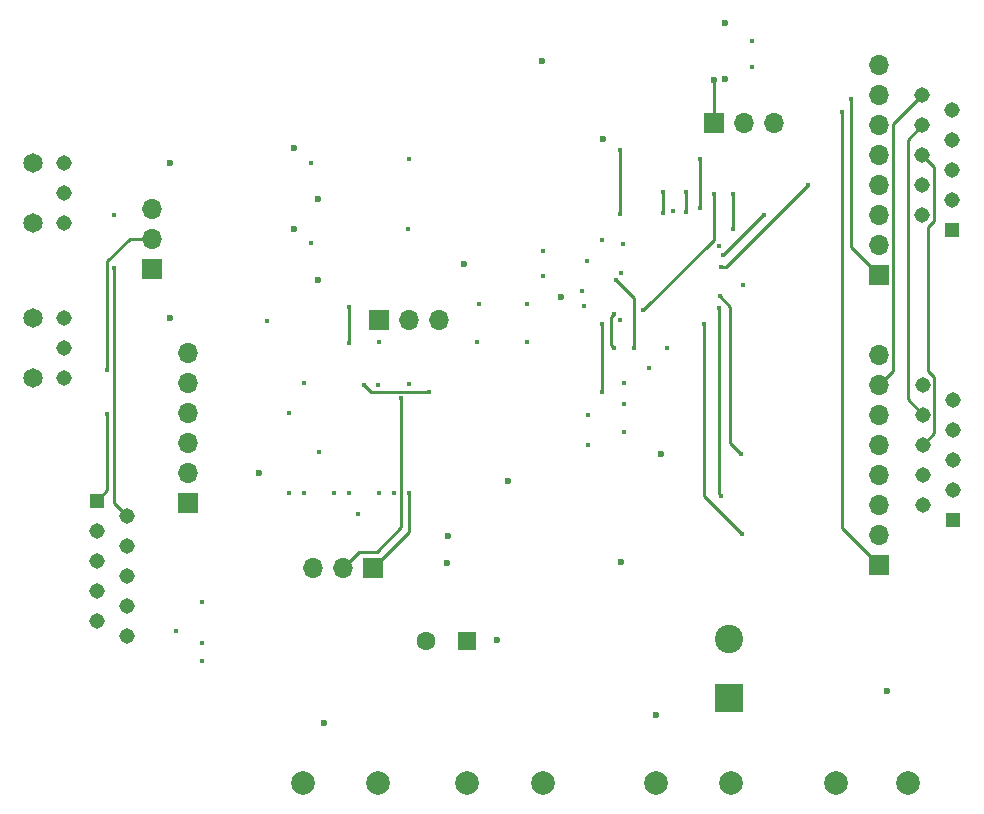
<source format=gbr>
G04 #@! TF.GenerationSoftware,KiCad,Pcbnew,(5.1.9-0-10_14)*
G04 #@! TF.CreationDate,2021-04-11T13:29:02+02:00*
G04 #@! TF.ProjectId,dac,6461632e-6b69-4636-9164-5f7063625858,rev?*
G04 #@! TF.SameCoordinates,Original*
G04 #@! TF.FileFunction,Copper,L2,Inr*
G04 #@! TF.FilePolarity,Positive*
%FSLAX46Y46*%
G04 Gerber Fmt 4.6, Leading zero omitted, Abs format (unit mm)*
G04 Created by KiCad (PCBNEW (5.1.9-0-10_14)) date 2021-04-11 13:29:02*
%MOMM*%
%LPD*%
G01*
G04 APERTURE LIST*
G04 #@! TA.AperFunction,ComponentPad*
%ADD10C,1.308000*%
G04 #@! TD*
G04 #@! TA.AperFunction,ComponentPad*
%ADD11C,1.650000*%
G04 #@! TD*
G04 #@! TA.AperFunction,ComponentPad*
%ADD12O,1.700000X1.700000*%
G04 #@! TD*
G04 #@! TA.AperFunction,ComponentPad*
%ADD13R,1.700000X1.700000*%
G04 #@! TD*
G04 #@! TA.AperFunction,ComponentPad*
%ADD14C,2.000000*%
G04 #@! TD*
G04 #@! TA.AperFunction,ComponentPad*
%ADD15R,1.308000X1.308000*%
G04 #@! TD*
G04 #@! TA.AperFunction,ComponentPad*
%ADD16C,1.600000*%
G04 #@! TD*
G04 #@! TA.AperFunction,ComponentPad*
%ADD17R,1.600000X1.600000*%
G04 #@! TD*
G04 #@! TA.AperFunction,ComponentPad*
%ADD18C,2.400000*%
G04 #@! TD*
G04 #@! TA.AperFunction,ComponentPad*
%ADD19R,2.400000X2.400000*%
G04 #@! TD*
G04 #@! TA.AperFunction,ViaPad*
%ADD20C,0.450000*%
G04 #@! TD*
G04 #@! TA.AperFunction,ViaPad*
%ADD21C,0.600000*%
G04 #@! TD*
G04 #@! TA.AperFunction,Conductor*
%ADD22C,0.250000*%
G04 #@! TD*
G04 APERTURE END LIST*
D10*
X115025000Y-83185000D03*
X115025000Y-85725000D03*
X115025000Y-88265000D03*
D11*
X112395000Y-88265000D03*
X112395000Y-83185000D03*
D10*
X115025000Y-70104000D03*
X115025000Y-72644000D03*
X115025000Y-75184000D03*
D11*
X112395000Y-75184000D03*
X112395000Y-70104000D03*
D12*
X136080500Y-104394000D03*
X138620500Y-104394000D03*
D13*
X141160500Y-104394000D03*
D14*
X171450000Y-122555000D03*
X165100000Y-122555000D03*
D15*
X190246000Y-100266500D03*
D10*
X187706000Y-98996500D03*
X190246000Y-97726500D03*
X187706000Y-96456500D03*
X190246000Y-95186500D03*
X187706000Y-93916500D03*
X190246000Y-92646500D03*
X187706000Y-91376500D03*
X190246000Y-90106500D03*
X187706000Y-88836500D03*
D12*
X184023000Y-86296500D03*
X184023000Y-88836500D03*
X184023000Y-91376500D03*
X184023000Y-93916500D03*
X184023000Y-96456500D03*
X184023000Y-98996500D03*
X184023000Y-101536500D03*
D13*
X184023000Y-104076500D03*
D12*
X175107600Y-66649600D03*
X172567600Y-66649600D03*
D13*
X170027600Y-66649600D03*
D12*
X122491500Y-73977500D03*
X122491500Y-76517500D03*
D13*
X122491500Y-79057500D03*
D12*
X184023000Y-61785500D03*
X184023000Y-64325500D03*
X184023000Y-66865500D03*
X184023000Y-69405500D03*
X184023000Y-71945500D03*
X184023000Y-74485500D03*
X184023000Y-77025500D03*
D13*
X184023000Y-79565500D03*
D12*
X146748500Y-83375500D03*
X144208500Y-83375500D03*
D13*
X141668500Y-83375500D03*
D15*
X117792500Y-98679000D03*
D10*
X120332500Y-99949000D03*
X117792500Y-101219000D03*
X120332500Y-102489000D03*
X117792500Y-103759000D03*
X120332500Y-105029000D03*
X117792500Y-106299000D03*
X120332500Y-107569000D03*
X117792500Y-108839000D03*
X120332500Y-110109000D03*
D15*
X190224000Y-75755500D03*
D10*
X187684000Y-74485500D03*
X190224000Y-73215500D03*
X187684000Y-71945500D03*
X190224000Y-70675500D03*
X187684000Y-69405500D03*
X190224000Y-68135500D03*
X187684000Y-66865500D03*
X190224000Y-65595500D03*
X187684000Y-64325500D03*
D16*
X145661500Y-110553500D03*
D17*
X149161500Y-110553500D03*
D12*
X125476000Y-86156800D03*
X125476000Y-88696800D03*
X125476000Y-91236800D03*
X125476000Y-93776800D03*
X125476000Y-96316800D03*
D13*
X125476000Y-98856800D03*
D14*
X180340000Y-122555000D03*
X186436000Y-122555000D03*
X141605000Y-122555000D03*
X149098000Y-122555000D03*
X155575000Y-122555000D03*
X135255000Y-122555000D03*
D18*
X171323000Y-110379500D03*
D19*
X171323000Y-115379500D03*
D20*
X165709600Y-72542400D03*
X165735000Y-74295000D03*
X164566600Y-87401400D03*
D21*
X170992800Y-58216800D03*
X136550400Y-73152000D03*
X136550400Y-79959200D03*
X157124400Y-81432400D03*
X131508500Y-96329500D03*
X152579000Y-96976000D03*
D20*
X166096000Y-85770400D03*
X172491400Y-80391000D03*
X162411400Y-88693000D03*
X162411400Y-92815400D03*
X162411400Y-90465900D03*
D21*
X155445800Y-61470200D03*
X148844000Y-78587600D03*
X160629600Y-68072000D03*
X170977600Y-63007200D03*
X134518400Y-75641200D03*
X134518400Y-68783200D03*
D20*
X132160000Y-83422500D03*
X139874000Y-99838500D03*
D21*
X147510500Y-101663500D03*
D20*
X159258000Y-78412000D03*
X155600400Y-79603600D03*
X155600400Y-77520800D03*
X162306000Y-76962000D03*
D21*
X184658000Y-114808000D03*
X165100000Y-116840000D03*
D20*
X135331200Y-88696800D03*
X134061200Y-91236800D03*
X136601200Y-94538800D03*
X159385000Y-91376500D03*
X150114000Y-81978500D03*
X144221200Y-88798400D03*
X159385000Y-93916500D03*
X149987000Y-85217000D03*
X141668500Y-85217000D03*
X141630400Y-88849200D03*
D21*
X165544500Y-94678500D03*
D20*
X162204400Y-79400400D03*
X167690800Y-74218800D03*
X167690800Y-72491600D03*
X163271200Y-85699600D03*
X161747200Y-79959200D03*
X161571002Y-82854800D03*
X161594800Y-85750400D03*
X160528000Y-83718400D03*
X140411200Y-88849200D03*
X145948400Y-89458800D03*
X160528000Y-89458800D03*
X154228800Y-85242400D03*
X159054800Y-82194400D03*
X158902400Y-80873600D03*
X154178000Y-81991200D03*
X170484800Y-77063600D03*
X170827765Y-77884800D03*
X174269400Y-74498200D03*
X177977800Y-71958200D03*
X170611800Y-78862000D03*
X162115500Y-74422000D03*
X162111164Y-68981662D03*
X160528000Y-76581000D03*
X171653200Y-75641200D03*
X171653200Y-72694800D03*
X169189400Y-83693000D03*
X172440600Y-101523800D03*
X170611800Y-98272600D03*
X170459400Y-82372200D03*
X170510200Y-81322199D03*
X172339000Y-94716600D03*
D21*
X170027600Y-63042800D03*
D20*
X181610000Y-64668400D03*
X173228000Y-59740800D03*
X162119800Y-83362800D03*
X170027600Y-72694800D03*
X164033200Y-82550000D03*
X180898800Y-65735200D03*
X173228000Y-61925200D03*
X168859200Y-73914000D03*
X168859200Y-69697600D03*
X144221200Y-69697600D03*
X166573200Y-74117200D03*
X144170400Y-75641200D03*
X139128500Y-97980500D03*
X137843498Y-97995502D03*
X139128500Y-85344000D03*
X139128500Y-82296000D03*
X135318500Y-97980500D03*
X134048500Y-97980500D03*
X118681500Y-91313000D03*
X119253000Y-78994000D03*
X126682500Y-107274010D03*
X141668500Y-97980500D03*
X144208500Y-98044000D03*
X124523500Y-109728000D03*
X143573500Y-89979500D03*
X126682500Y-112268000D03*
X126682500Y-110680500D03*
X142938500Y-98044000D03*
D21*
X147433000Y-103963500D03*
X162179000Y-103822500D03*
X151638000Y-110490000D03*
X137033000Y-117475000D03*
D20*
X135890000Y-70053200D03*
X119253000Y-74498200D03*
X135890000Y-76860400D03*
X118681500Y-87566500D03*
D21*
X123952000Y-70104000D03*
X123952000Y-83210400D03*
D22*
X165735000Y-72567800D02*
X165709600Y-72542400D01*
X165735000Y-74295000D02*
X165735000Y-72567800D01*
X186428810Y-68120690D02*
X187684000Y-66865500D01*
X186428810Y-90099310D02*
X186428810Y-68120690D01*
X187706000Y-91376500D02*
X186428810Y-90099310D01*
X188663001Y-74955421D02*
X188663001Y-70384501D01*
X188163200Y-75455222D02*
X188663001Y-74955421D01*
X188163200Y-87684702D02*
X188163200Y-75455222D01*
X188685001Y-88206503D02*
X188163200Y-87684702D01*
X188663001Y-70384501D02*
X187684000Y-69405500D01*
X188685001Y-92937499D02*
X188685001Y-88206503D01*
X187706000Y-93916500D02*
X188685001Y-92937499D01*
X167690800Y-74218800D02*
X167690800Y-72491600D01*
X163271200Y-81483200D02*
X161747200Y-79959200D01*
X163271200Y-85699600D02*
X163271200Y-81483200D01*
X161346003Y-85501603D02*
X161594800Y-85750400D01*
X161346003Y-83079799D02*
X161346003Y-85501603D01*
X161571002Y-82854800D02*
X161346003Y-83079799D01*
X145914601Y-89425001D02*
X145948400Y-89458800D01*
X140987001Y-89425001D02*
X145914601Y-89425001D01*
X140411200Y-88849200D02*
X140987001Y-89425001D01*
X160528000Y-83718400D02*
X160528000Y-89458800D01*
X185198001Y-87661499D02*
X185198001Y-66811499D01*
X185198001Y-66811499D02*
X187684000Y-64325500D01*
X184023000Y-88836500D02*
X185198001Y-87661499D01*
X174214365Y-74498200D02*
X174269400Y-74498200D01*
X170827765Y-77884800D02*
X174214365Y-74498200D01*
X171074000Y-78862000D02*
X177977800Y-71958200D01*
X170611800Y-78862000D02*
X171074000Y-78862000D01*
X162111164Y-74417664D02*
X162115500Y-74422000D01*
X162111164Y-68981662D02*
X162111164Y-74417664D01*
X171653200Y-75641200D02*
X171653200Y-72694800D01*
X169189400Y-98272600D02*
X172440600Y-101523800D01*
X169189400Y-83693000D02*
X169189400Y-98272600D01*
X170561000Y-98221800D02*
X170611800Y-98272600D01*
X170459400Y-98120200D02*
X170611800Y-98272600D01*
X170459400Y-82372200D02*
X170459400Y-98120200D01*
X170510200Y-81322199D02*
X171424600Y-82236599D01*
X171424600Y-93802200D02*
X172339000Y-94716600D01*
X171424600Y-82236599D02*
X171424600Y-93802200D01*
X170027600Y-63042800D02*
X170027600Y-66649600D01*
X181610000Y-77152500D02*
X181610000Y-64668400D01*
X184023000Y-79565500D02*
X181610000Y-77152500D01*
X170027600Y-76555600D02*
X164033200Y-82550000D01*
X170027600Y-72694800D02*
X170027600Y-76555600D01*
X180898800Y-100952300D02*
X180898800Y-65735200D01*
X184023000Y-104076500D02*
X180898800Y-100952300D01*
X168859200Y-73914000D02*
X168859200Y-69697600D01*
X139128500Y-85344000D02*
X139128500Y-82296000D01*
X118681500Y-97790000D02*
X117792500Y-98679000D01*
X118681500Y-91313000D02*
X118681500Y-97790000D01*
X119253000Y-98869500D02*
X120332500Y-99949000D01*
X119253000Y-78994000D02*
X119253000Y-98869500D01*
X144208500Y-101346000D02*
X141160500Y-104394000D01*
X144208500Y-98044000D02*
X144208500Y-101346000D01*
X138620500Y-104394000D02*
X140017500Y-102997000D01*
X140017500Y-102997000D02*
X141478000Y-102997000D01*
X143573500Y-100901500D02*
X143573500Y-89979500D01*
X141478000Y-102997000D02*
X143573500Y-100901500D01*
X120562500Y-76517500D02*
X122491500Y-76517500D01*
X118681500Y-78398500D02*
X120562500Y-76517500D01*
X118681500Y-87566500D02*
X118681500Y-78398500D01*
M02*

</source>
